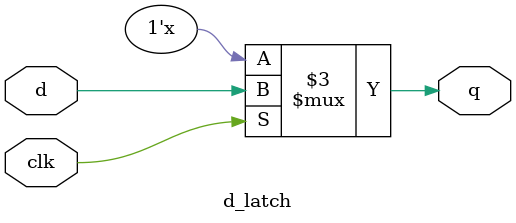
<source format=v>
module d_latch(input  d, clk,
                output reg q);
  always @(*) begin
    if (clk) begin
        q = d;
    end
end
endmodule

</source>
